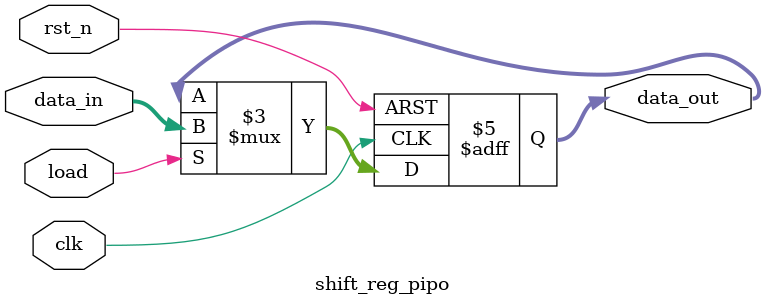
<source format=v>
module shift_reg_pipo (
    input  wire clk,
    input  wire rst_n,
    input  wire load,        // load enable
    input  wire [3:0] data_in, // parallel input
    output reg  [3:0] data_out // parallel output
);

    always @(posedge clk or negedge rst_n) begin
        if (!rst_n)
            data_out <= 4'b0000;
        else if (load)
            data_out <= data_in; // parallel load
    end

endmodule

</source>
